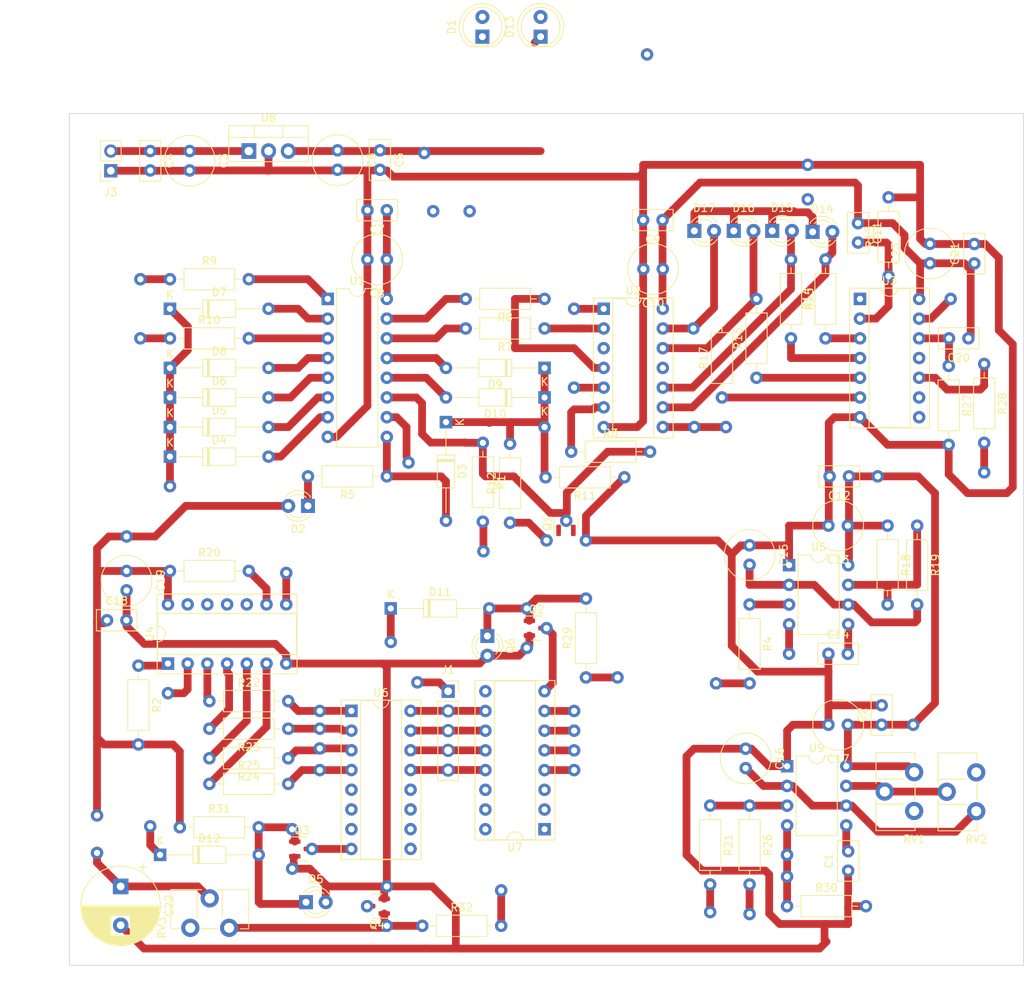
<source format=kicad_pcb>
(kicad_pcb (version 20221018) (generator pcbnew)
  (layers (0 "F.Cu" signal) (31 "B.Cu" signal) (34 "B.Paste" user) (35 "F.Paste" user) (36 "B.SilkS" user "B.Silkscreen") (37 "F.SilkS" user "F.Silkscreen") (38 "B.Mask" user) (39 "F.Mask" user) (44 "Edge.Cuts" user))
  (net 0 "")
  (net 1 "+8V")
  (net 2 "GND")
  (net 3 "+5V")
  (net 4 "Net-(U3A-MR)")
  (net 5 "/TRIG_SYS")
  (net 6 "/TRIG_MOTOR")
  (net 7 "Net-(U3B-MR)")
  (net 8 "Net-(D10-K)")
  (net 9 "Net-(D3-A)")
  (net 10 "Net-(D4-A)")
  (net 11 "Net-(D5-A)")
  (net 12 "Net-(D6-A)")
  (net 13 "Net-(D7-A)")
  (net 14 "Net-(D8-A)")
  (net 15 "Net-(D9-A)")
  (net 16 "Net-(D10-A)")
  (net 17 "/MOTOR_RESET")
  (net 18 "Net-(D11-A)")
  (net 19 "Net-(D12-A)")
  (net 20 "/MOTOR1")
  (net 21 "/MOTOR2")
  (net 22 "/MOTOR3")
  (net 23 "/MOTOR4")
  (net 24 "Net-(Q1-G)")
  (net 25 "Net-(Q1-D)")
  (net 26 "Net-(Q4-G)")
  (net 27 "Net-(R3-Pad1)")
  (net 28 "/SYSTEM_CLOCK")
  (net 29 "Net-(U1-Q9)")
  (net 30 "Net-(U1-Q10)")
  (net 31 "/7421_P5")
  (net 32 "Net-(U1-Q11)")
  (net 33 "Net-(JP2-B)")
  (net 34 "Net-(U1-Q4)")
  (net 35 "Net-(U3A-Q0)")
  (net 36 "Net-(U3A-Q1)")
  (net 37 "Net-(U3A-Q2)")
  (net 38 "Net-(U3A-Q3)")
  (net 39 "/DIS_SYS")
  (net 40 "Net-(U4-DSA)")
  (net 41 "Net-(U4-Q0)")
  (net 42 "/S0")
  (net 43 "/S1")
  (net 44 "Net-(U4-Q1)")
  (net 45 "/S2")
  (net 46 "Net-(U4-Q2)")
  (net 47 "Net-(U4-Q3)")
  (net 48 "/S3")
  (net 49 "/LOAD")
  (net 50 "/REVERSE_MOTION")
  (net 51 "/DIS_MOTOR")
  (net 63 "Net-(D2-K)")
  (net 64 "Net-(D14-K)")
  (net 65 "Net-(D14-A)")
  (net 66 "Net-(D15-A)")
  (net 67 "Net-(D16-A)")
  (net 68 "Net-(D17-A)")
  (net 69 "/7421_P4")
  (net 70 "/7421_P2")
  (net 71 "/7421_P1")
  (net 72 "Net-(JP5-B)")
  (net 73 "Net-(D4-K)")
  (net 74 "Net-(JP3-A)")
  (net 75 "Net-(U5-Q)")
  (net 76 "Net-(JP4-B)")
  (net 77 "Net-(U9-CV)")
  (net 78 "Net-(U5-CV)")
  (net 79 "Net-(JP6-A)")
  (net 80 "Net-(U9-Q)")
  (net 81 "/MOTOR_CLOCKA")
  (net 82 "/MOTOR_CLOCKB")
  (net 83 "Net-(U3B-Q1)")
  (net 87 "Net-(Q2-D)")
  (net 88 "Net-(Q3-D)")
  (net 99 "Net-(JP8-B)")
  (net 100 "Net-(JP9-B)")
  (net 101 "Net-(JP10-A)")
  (net 102 "Net-(JP11-A)")
  (net 103 "Net-(JP12-A)")
  (net 104 "Net-(JP13-A)")
  (net 105 "Net-(U4-~{MR})")
  (net 106 "Net-(D11-K)")
  (net 107 "Net-(D12-K)")
  (net 108 "Net-(JP16-A)")
  (net 109 "Net-(JP17-A)")
  (net 110 "Net-(JP18-B)")
  (net 111 "Net-(JP19-A)")
  (net 112 "Net-(J1-Pin_1)")
  (net 113 "Net-(JP21-A)")
  (net 114 "/ADHOC_LED_5V")
  (footprint "Package_TO_SOT_THT:TO-220-3_Vertical" (layer "F.Cu") (at 44.958 58.928)
    (fp_text reference "U8")
    (fp_text value "LM7805_TO220")
  )
  (footprint "Resistor_THT:R_Axial_DIN0207_L6.3mm_D2.5mm_P10.16mm_Horizontal" (layer "F.Cu") (at 75.108622 96.52 -90)
    (fp_text reference "R1")
    (fp_text value "R4.7K")
  )
  (footprint "Resistor_THT:R_Axial_DIN0207_L6.3mm_D2.5mm_P10.16mm_Horizontal" (layer "F.Cu") (at 139.7 86.36 -90)
    (fp_text reference "R28")
    (fp_text value "R4.7K")
  )
  (footprint "Capacitor_THT:C_Disc_D5.0mm_W2.5mm_P2.50mm" (layer "F.Cu") (at 98.258 67.818 180)
    (fp_text reference "C9")
    (fp_text value "C0.1uf")
  )
  (footprint "Capacitor_THT:C_Radial_D6.3mm_H5.0mm_P2.50mm" (layer "F.Cu") (at 62.738 72.898 180)
    (fp_text reference "C8")
    (fp_text value "C10uf")
  )
  (footprint "Capacitor_THT:C_Disc_D5.0mm_W2.5mm_P2.50mm" (layer "F.Cu") (at 26.69 119.38)
    (fp_text reference "C18")
    (fp_text value "C0.1uf")
  )
  (footprint "Library:Jumper" (layer "F.Cu") (at 58.928 117.542)
    (fp_text reference "JP12" hide)
    (fp_text value "JMP")
  )
  (footprint "Connector_PinSocket_2.54mm:PinSocket_1x02_P2.54mm_Vertical" (layer "F.Cu") (at 27.178 61.468 180)
    (fp_text reference "J3")
    (fp_text value "BATTERY_2PIN_CONNECTOR")
  )
  (footprint "Resistor_THT:R_Axial_DIN0207_L6.3mm_D2.5mm_P10.16mm_Horizontal" (layer "F.Cu") (at 93.345 100.965 180)
    (fp_text reference "R11")
    (fp_text value "R10K")
  )
  (footprint "Package_TO_SOT_SMD:SOT-23" (layer "F.Cu") (at 61.468 156.21 180)
    (fp_text reference "Q4")
    (fp_text value "AO3400A")
  )
  (footprint "Resistor_THT:R_Axial_DIN0207_L6.3mm_D2.5mm_P10.16mm_Horizontal" (layer "F.Cu") (at 88.392 126.746 90)
    (fp_text reference "R29")
    (fp_text value "R4.7K")
  )
  (footprint "Library:Jumper" (layer "F.Cu") (at 86.858 89.408)
    (fp_text reference "JP2" hide)
    (fp_text value "JMP")
  )
  (footprint "Resistor_THT:R_Axial_DIN0207_L6.3mm_D2.5mm_P10.16mm_Horizontal" (layer "F.Cu") (at 135.128 86.614 -90)
    (fp_text reference "R27")
    (fp_text value "R10K")
  )
  (footprint "Resistor_THT:R_Axial_DIN0207_L6.3mm_D2.5mm_P10.16mm_Horizontal" (layer "F.Cu") (at 83.058 77.978 180)
    (fp_text reference "R8")
    (fp_text value "R4.7K")
  )
  (footprint "Library:Jumper" (layer "F.Cu") (at 108.458 57.658)
    (fp_text reference "JP7" hide)
    (fp_text value "JMP")
  )
  (footprint "Resistor_THT:R_Axial_DIN0207_L6.3mm_D2.5mm_P10.16mm_Horizontal" (layer "F.Cu") (at 34.798 75.438)
    (fp_text reference "R9")
    (fp_text value "R4.7K")
  )
  (footprint "Resistor_THT:R_Axial_DIN0207_L6.3mm_D2.5mm_P10.16mm_Horizontal" (layer "F.Cu") (at 34.798 113.03)
    (fp_text reference "R20")
    (fp_text value "R4.7K")
  )
  (footprint "Capacitor_THT:C_Radial_D6.3mm_H5.0mm_P2.50mm" (layer "F.Cu") (at 109.474 109.728 -90)
    (fp_text reference "C15")
    (fp_text value "C10uf")
  )
  (footprint "Package_DIP:DIP-8_W7.62mm" (layer "F.Cu") (at 114.564 112.278)
    (fp_text reference "U5")
    (fp_text value "NE555P")
  )
  (footprint "Resistor_THT:R_Axial_DIN0207_L6.3mm_D2.5mm_P10.16mm_Horizontal" (layer "F.Cu") (at 114.808 72.898 -90)
    (fp_text reference "R15")
    (fp_text value "R4.7K")
  )
  (footprint "Resistor_THT:R_Axial_DIN0207_L6.3mm_D2.5mm_P10.16mm_Horizontal" (layer "F.Cu") (at 119.253 83.058 90)
    (fp_text reference "R14")
    (fp_text value "R4.7K")
  )
  (footprint "Library:Jumper" (layer "F.Cu") (at 56.642 131.318 180)
    (fp_text reference "JP13" hide)
    (fp_text value "JMP")
  )
  (footprint "Resistor_THT:R_Axial_DIN0207_L6.3mm_D2.5mm_P10.16mm_Horizontal" (layer "F.Cu") (at 30.734 125.222 -90)
    (fp_text reference "R2")
    (fp_text value "R4.7K")
  )
  (footprint "Resistor_THT:R_Axial_DIN0207_L6.3mm_D2.5mm_P10.16mm_Horizontal" (layer "F.Cu") (at 39.878 140.462)
    (fp_text reference "R25")
    (fp_text value "R4.7K")
  )
  (footprint "Library:Jumper" (layer "F.Cu") (at 66.675 127.381)
    (fp_text reference "JP20" hide)
    (fp_text value "JMP")
  )
  (footprint "Diode_THT:D_DO-35_SOD27_P12.70mm_Horizontal" (layer "F.Cu") (at 34.798 94.488)
    (fp_text reference "D5")
    (fp_text value "D4148")
  )
  (footprint "Package_DIP:DIP-16_W7.62mm_Socket" (layer "F.Cu") (at 58.176 131.054)
    (fp_text reference "U6")
    (fp_text value "ULN2003")
  )
  (footprint "Package_DIP:DIP-16_W7.62mm_Socket" (layer "F.Cu") (at 83.058 146.304 180)
    (fp_text reference "U7")
    (fp_text value "ULN2003")
  )
  (footprint "Resistor_THT:R_Axial_DIN0207_L6.3mm_D2.5mm_P10.16mm_Horizontal" (layer "F.Cu") (at 39.878 129.794)
    (fp_text reference "R22")
    (fp_text value "R4.7K")
  )
  (footprint "Library:Jumper" (layer "F.Cu") (at 25.4 146.05 90)
    (fp_text reference "JP8" hide)
    (fp_text value "JMP")
  )
  (footprint "Package_DIP:DIP-14_W7.62mm_Socket" (layer "F.Cu") (at 90.678 79.248)
    (fp_text reference "U2")
    (fp_text value "7421")
  )
  (footprint "Resistor_THT:R_Axial_DIN0207_L6.3mm_D2.5mm_P10.16mm_Horizontal" (layer "F.Cu") (at 109.474 117.348 -90)
    (fp_text reference "R4")
    (fp_text value "R4.7K")
  )
  (footprint "Library:SMD_2_DIP" (layer "F.Cu") (at 50.546 148.844 180)
    (fp_text reference "SMD_2_DIP3" hide)
    (fp_text value "~")
  )
  (footprint "Diode_THT:D_DO-35_SOD27_P12.70mm_Horizontal" (layer "F.Cu") (at 34.798 90.678)
    (fp_text reference "D6")
    (fp_text value "D4148")
  )
  (footprint "Potentiometer_THT:Potentiometer_ACP_CA9-H3,8_Horizontal" (layer "F.Cu") (at 138.674 143.978 180)
    (fp_text reference "RV2")
    (fp_text value "POT100K")
  )
  (footprint "LED_THT:LED_D3.0mm" (layer "F.Cu") (at 112.39 69.215)
    (fp_text reference "D15")
    (fp_text value "LED")
  )
  (footprint "Capacitor_THT:C_Radial_D6.3mm_H5.0mm_P2.50mm" (layer "F.Cu") (at 37.338 58.928 -90)
    (fp_text reference "C3")
    (fp_text value "C10uf")
  )
  (footprint "Capacitor_THT:C_Radial_D6.3mm_H5.0mm_P2.50mm" (layer "F.Cu") (at 29.21 113.03 -90)
    (fp_text reference "C19")
    (fp_text value "C10uf")
  )
  (footprint "Capacitor_THT:C_Radial_D6.3mm_H5.0mm_P2.50mm" (layer "F.Cu") (at 98.298 74.128 180)
    (fp_text reference "C10")
    (fp_text value "C10uf")
  )
  (footprint "Package_DIP:DIP-14_W7.62mm_Socket" (layer "F.Cu") (at 34.539 124.958 90)
    (fp_text reference "U4")
    (fp_text value "74HC164")
  )
  (footprint "LED_THT:LED_D3.0mm_Clear" (layer "F.Cu") (at 52.324 155.702)
    (fp_text reference "Q5")
    (fp_text value "SFH309")
  )
  (footprint "Library:Jumper" (layer "F.Cu") (at 112.014 123.698)
    (fp_text reference "JP4" hide)
    (fp_text value "JMP")
  )
  (footprint "Resistor_THT:R_Axial_DIN0207_L6.3mm_D2.5mm_P10.16mm_Horizontal" (layer "F.Cu") (at 62.738 100.838 180)
    (fp_text reference "R5")
    (fp_text value "R4.7K")
  )
  (footprint "LED_THT:LED_D5.0mm_IRGrey" (layer "F.Cu") (at 75.05 44.196 90)
    (fp_text reference "D1")
    (fp_text value "SFH4546")
  )
  (footprint "Connector_PinSocket_2.54mm:PinSocket_1x05_P2.54mm_Vertical" (layer "F.Cu") (at 70.637 128.524)
    (fp_text reference "J1")
    (fp_text value "MOTOR_5PIN_CONNECTOR")
  )
  (footprint "Capacitor_THT:C_Disc_D5.0mm_W2.5mm_P2.50mm" (layer "F.Cu") (at 122.174 151.638 90)
    (fp_text reference "C1")
    (fp_text value "C0.1uf")
  )
  (footprint "Package_DIP:DIP-16_W7.62mm" (layer "F.Cu") (at 55.118 77.978)
    (fp_text reference "U1")
    (fp_text value "4040")
  )
  (footprint "LED_THT:LED_D3.0mm_Clear" (layer "F.Cu") (at 75.692 121.407 -90)
    (fp_text reference "Q6")
    (fp_text value "SFH309")
  )
  (footprint "Capacitor_THT:C_Disc_D5.0mm_W2.5mm_P2.50mm" (layer "F.Cu") (at 61.849 58.841 -90)
    (fp_text reference "C5")
    (fp_text value "C0.1uf")
  )
  (footprint "Library:Jumper" (layer "F.Cu") (at 94.742 122.682)
    (fp_text reference "JP19" hide)
    (fp_text value "JMP")
  )
  (footprint "Library:SMD_2_DIP" (layer "F.Cu") (at 80.772 120.396 180)
    (fp_text reference "SMD_2_DIP2" hide)
    (fp_text value "~")
  )
  (footprint "Diode_THT:D_DO-35_SOD27_P12.70mm_Horizontal" (layer "F.Cu") (at 63.246 117.856)
    (fp_text reference "D11")
    (fp_text value "D4148")
  )
  (footprint "Library:Jumper" (layer "F.Cu") (at 14.859 106.426)
    (fp_text reference "JP23" hide)
    (fp_text value "JMP")
  )
  (footprint "Capacitor_THT:C_Disc_D5.0mm_W2.5mm_P2.50mm" (layer "F.Cu") (at 62.738 66.548 180)
    (fp_text reference "C7")
    (fp_text value "C0.1uf")
  )
  (footprint "LED_THT:LED_D3.0mm" (layer "F.Cu") (at 117.597 69.342)
    (fp_text reference "D14")
    (fp_text value "LED")
  )
  (footprint "Library:Jumper" (layer "F.Cu") (at 136.779 118.745)
    (fp_text reference "JP21" hide)
    (fp_text value "JMP")
  )
  (footprint "Potentiometer_THT:Potentiometer_ACP_CA9-H3,8_Horizontal" (layer "F.Cu") (at 37.418 159.004 90)
    (fp_text reference "RV3")
    (fp_text value "POT100K")
  )
  (footprint "Library:Jumper" (layer "F.Cu") (at 104.902 161.738)
    (fp_text reference "JP16" hide)
    (fp_text value "JMP")
  )
  (footprint "LED_THT:LED_D3.0mm" (layer "F.Cu") (at 107.437 69.215)
    (fp_text reference "D16")
    (fp_text value "LED")
  )
  (footprint "Resistor_THT:R_Axial_DIN0207_L6.3mm_D2.5mm_P10.16mm_Horizontal" (layer "F.Cu") (at 127.254 107.188 -90)
    (fp_text reference "R18")
    (fp_text value "R8.2K")
  )
  (footprint "Resistor_THT:R_Axial_DIN0207_L6.3mm_D2.5mm_P10.16mm_Horizontal" (layer "F.Cu") (at 114.3 156.21)
    (fp_text reference "R30")
    (fp_text value "R10K")
  )
  (footprint "Resistor_THT:R_Axial_DIN0207_L6.3mm_D2.5mm_P10.16mm_Horizontal" (layer "F.Cu") (at 67.31 158.75)
    (fp_text reference "R32")
    (fp_text value "R4.7K")
  )
  (footprint "Resistor_THT:R_Axial_DIN0207_L6.3mm_D2.5mm_P10.16mm_Horizontal" (layer "F.Cu") (at 36.068 146.05)
    (fp_text reference "R31")
    (fp_text value "R4.7K")
  )
  (footprint "Resistor_THT:R_Axial_DIN0207_L6.3mm_D2.5mm_P10.16mm_Horizontal" (layer "F.Cu") (at 50.038 133.35 180)
    (fp_text reference "R23")
    (fp_text value "R4.7K")
  )
  (footprint "Package_DIP:DIP-8_W7.62mm" (layer "F.Cu") (at 114.31 138.186)
    (fp_text reference "U9")
    (fp_text value "NE555P")
  )
  (footprint "Library:Jumper" (layer "F.Cu") (at 60.706 122.174)
    (fp_text reference "JP15" hide)
    (fp_text value "JMP")
  )
  (footprint "Package_DIP:DIP-14_W7.62mm_Socket" (layer "F.Cu") (at 123.698 77.978)
    (fp_text reference "U3")
    (fp_text value "74LS393")
  )
  (footprint "Resistor_THT:R_Axial_DIN0207_L6.3mm_D2.5mm_P10.16mm_Horizontal" (layer "F.Cu") (at 109.474 143.256 -90)
    (fp_text reference "R26")
    (fp_text value "R4.7K")
  )
  (footprint "Package_TO_SOT_SMD:SOT-23" (layer "F.Cu") (at 85.816943 106.858622 90)
    (fp_text reference "Q1")
    (fp_text value "AO3400A")
  )
  (footprint "Diode_THT:D_DO-35_SOD27_P12.70mm_Horizontal" (layer "F.Cu") (at 83.058 86.868 180)
    (fp_text reference "D9")
    (fp_text value "D4148")
  )
  (footprint "Diode_THT:D_DO-35_SOD27_P12.70mm_Horizontal" (layer "F.Cu") (at 34.798 98.298)
    (fp_text reference "D4")
    (fp_text value "D4148")
  )
  (footprint "Library:SMD_2_DIP" (layer "F.Cu") (at 62.738 156.21)
    (fp_text reference "SMD_2_DIP4" hide)
    (fp_text value "~")
  )
  (footprint "Diode_THT:D_DO-35_SOD27_P12.70mm_Horizontal" (layer "F.Cu") (at 34.798 79.248)
    (fp_text reference "D7")
    (fp_text value "D4148")
  )
  (footprint "Library:Jumper" (layer "F.Cu") (at 58.928 114.942)
    (fp_text reference "JP11" hide)
    (fp_text value "JMP")
  )
  (footprint "Package_TO_SOT_SMD:SOT-23" (layer "F.Cu") (at 82.042 120.396)
    (fp_text reference "Q2")
    (fp_text value "AO3400A")
  )
  (footprint "Resistor_THT:R_Axial_DIN0207_L6.3mm_D2.5mm_P10.16mm_Horizontal" (layer "F.Cu") (at 34.798 83.058)
    (fp_text reference "R10")
    (fp_text value "R4.7K")
  )
  (footprint "Diode_THT:D_DO-35_SOD27_P12.70mm_Horizontal" (layer "F.Cu") (at 33.528 149.606)
    (fp_text reference "D12")
    (fp_text value "D4148")
  )
  (footprint "LED_THT:LED_D5.0mm_IRGrey" (layer "F.Cu") (at 82.55 44.196 90)
    (fp_text reference "D13")
    (fp_text value "SFH4546")
  )
  (footprint "Capacitor_THT:C_Radial_D6.3mm_H5.0mm_P2.50mm" (layer "F.Cu") (at 56.388 58.841 -90)
    (fp_text reference "C6")
    (fp_text value "C10uf")
  )
  (footprint "Diode_THT:D_DO-35_SOD27_P12.70mm_Horizontal" (layer "F.Cu") (at 34.798 86.868)
    (fp_text reference "D8")
    (fp_text value "D4148")
  )
  (footprint "Capacitor_THT:C_Disc_D5.0mm_W2.5mm_P2.50mm" (layer "F.Cu") (at 126.492 132.842 90)
    (fp_text reference "C2")
    (fp_text value "C0.1uf")
  )
  (footprint "Resistor_THT:R_Axial_DIN0207_L6.3mm_D2.5mm_P10.16mm_Horizontal" (layer "F.Cu") (at 127.381 75.057 90)
    (fp_text reference "R13")
    (fp_text value "R10K")
  )
  (footprint "Resistor_THT:R_Axial_DIN0207_L6.3mm_D2.5mm_P10.16mm_Horizontal" (layer "F.Cu") (at 50.038 137.16 180)
    (fp_text reference "R24")
    (fp_text value "R4.7K")
  )
  (footprint "Resistor_THT:R_Axial_DIN0207_L6.3mm_D2.5mm_P10.16mm_Horizontal" (layer "F.Cu") (at 78.613 106.807 90)
    (fp_text reference "R12")
    (fp_text value "R4.7K")
  )
  (footprint "Resistor_THT:R_Axial_DIN0207_L6.3mm_D2.5mm_P10.16mm_Horizontal" (layer "F.Cu") (at 104.394 143.256 -90)
    (fp_text reference "R21")
    (fp_text value "R4.7K")
  )
  (footprint "Capacitor_THT:C_Disc_D5.0mm_W2.5mm_P2.50mm" (layer "F.Cu") (at 32.258 58.928 -90)
    (fp_text reference "C4")
    (fp_text value "C0.1uf")
  )
  (footprint "Capacitor_THT:C_Radial_D6.3mm_H5.0mm_P2.50mm" (layer "F.Cu") (at 108.966 135.93 -90)
    (fp_text reference "C16")
    (fp_text value "C10uf")
  )
  (footprint "Capacitor_THT:C_Disc_D5.0mm_W2.5mm_P2.50mm" (layer "F.Cu") (at 119.634 123.698)
    (fp_text reference "C14")
    (fp_text value "C0.1uf")
  )
  (footprint "Capacitor_THT:C_Disc_D5.0mm_W2.5mm_P2.50mm" (layer "F.Cu") (at 122.281 100.838 180)
    (fp_text reference "C12")
    (fp_text value "C0.1uf")
  )
  (footprint "Library:Jumper" (layer "F.Cu") (at 77.978 102.108)
    (fp_text reference "JP1" hide)
    (fp_text value "JMP")
  )
  (footprint "Capacitor_THT:C_Radial_D6.3mm_H5.0mm_P2.50mm" (layer "F.Cu") (at 122.134 132.842 180)
    (fp_text reference "C17")
    (fp_text value "C10uf")
  )
  (footprint "Capacitor_THT:C_Radial_D6.3mm_H5.0mm_P2.50mm" (layer "F.Cu") (at 122.134 107.188 180)
    (fp_text reference "C13")
    (fp_text value "C10uf")
  )
  (footprint "Capacitor_THT:C_Disc_D5.0mm_W2.5mm_P2.50mm" (layer "F.Cu") (at 138.43 73.406 90)
    (fp_text reference "C21")
    (fp_text value "C0.1uf")
  )
  (footprint "Library:Jumper" (layer "F.Cu") (at 84.074 162.814 180)
    (fp_text reference "JP18" hide)
    (fp_text value "JMP")
  )
  (footprint "Library:Jumper" (layer "F.Cu") (at 58.928 112.342)
    (fp_text reference "JP10" hide)
    (fp_text value "JMP")
  )
  (footprint "Library:Jumper" (layer "F.Cu") (at 106.553 113.538 180)
    (fp_text reference "JP6" hide)
    (fp_text value "JMP")
  )
  (footprint "Library:Jumper" (layer "F.Cu") (at 104.902 164.338)
    (fp_text reference "JP17" hide)
    (fp_text value "JMP")
  )
  (footprint "Library:Jumper" (layer "F.Cu") (at 43.942 72.39)
    (fp_text reference "JP3" hide)
    (fp_text value "JMP")
  )
  (footprint "Capacitor_THT:CP_Radial_D10.0mm_P5.00mm" (layer "F.Cu") (at 28.448 153.67 -90)
    (fp_text reference "C22")
    (fp_text value "C100uf")
  )
  (footprint "Resistor_THT:R_Axial_DIN0207_L6.3mm_D2.5mm_P10.16mm_Horizontal" (layer "F.Cu") (at 131.064 107.188 -90)
    (fp_text reference "R19")
    (fp_text value "R68K")
  )
  (footprint "Diode_THT:D_DO-35_SOD27_P12.70mm_Horizontal" (layer "F.Cu") (at 70.358 93.853 -90)
    (fp_text reference "D3")
    (fp_text value "D4148")
  )
  (footprint "Capacitor_THT:C_Disc_D5.0mm_W2.5mm_P2.50mm" (layer "F.Cu") (at 123.444 68.219 -90)
    (fp_text reference "C11")
    (fp_text value "C0.1uf")
  )
  (footprint "Library:Jumper" (layer "F.Cu") (at 14.986 95.444)
    (fp_text reference "JP14" hide)
    (fp_text value "JMP")
  )
  (footprint "Diode_THT:D_DO-35_SOD27_P12.70mm_Horizontal" (layer "F.Cu") (at 83.058 90.678 180)
    (fp_text reference "D10")
    (fp_text value "D4148")
  )
  (footprint "Package_TO_SOT_SMD:SOT-23" (layer "F.Cu") (at 51.816 148.844)
    (fp_text reference "Q3")
    (fp_text value "AO3400A")
  )
  (footprint "Library:SMD_2_DIP" (layer "F.Cu") (at 85.852 109.093 -90)
    (fp_text reference "SMD_2_DIP1" hide)
    (fp_text value "~")
  )
  (footprint "Library:Jumper" (layer "F.Cu") (at 85.598 74.168)
    (fp_text reference "JP5" hide)
    (fp_text value "JMP")
  )
  (footprint "Potentiometer_THT:Potentiometer_ACP_CA9-H3,8_Horizontal" (layer "F.Cu") (at 130.678 143.953 180)
    (fp_text reference "RV1")
    (fp_text value "POT100K")
  )
  (footprint "Resistor_THT:R_Axial_DIN0207_L6.3mm_D2.5mm_P10.16mm_Horizontal" (layer "F.Cu") (at 83.058 81.788 180)
    (fp_text reference "R7")
    (fp_text value "R4.7K")
  )
  (footprint "Resistor_THT:R_Axial_DIN0207_L6.3mm_D2.5mm_P10.16mm_Horizontal" (layer "F.Cu") (at 110.363 88.138 90)
    (fp_text reference "R16")
    (fp_text value "R4.7K")
  )
  (footprint "Capacitor_THT:C_Disc_D5.0mm_W2.5mm_P2.50mm" (layer "F.Cu") (at 137.668 83.058 180)
    (fp_text reference "C20")
    (fp_text value "C0.1uf")
  )
  (footprint "Resistor_THT:R_Axial_DIN0207_L6.3mm_D2.5mm_P10.16mm_Horizontal" (layer "F.Cu") (at 105.918 90.678 90)
    (fp_text reference "R17")
    (fp_text value "R4.7K")
  )
  (footprint "LED_THT:LED_D3.0mm" (layer "F.Cu") (at 102.357 69.215)
    (fp_text reference "D17")
    (fp_text value "LED")
  )
  (footprint "Capacitor_THT:C_Radial_D6.3mm_H5.0mm_P2.50mm" (layer "F.Cu") (at 132.715 73.386 90)
    (fp_text reference "C23")
    (fp_text value "C10uf")
  )
  (footprint "Resistor_THT:R_Axial_DIN0207_L6.3mm_D2.5mm_P10.16mm_Horizontal" (layer "F.Cu") (at 86.487 97.663)
    (fp_text reference "R3")
    (fp_text value "R4.7K")
  )
  (footprint "LED_THT:LED_D3.0mm" (layer "F.Cu") (at 52.578 104.648 180)
    (fp_text reference "D2")
    (fp_text value "LED")
  )
  (footprint "Library:Jumper" (layer "F.Cu") (at 34.544 128.778 -90)
    (fp_text reference "JP9" hide)
    (fp_text value "JMP")
  )
  (gr_rect (start 21.844 54.102) (end 144.78 163.83) (stroke (width 0.1)) (fill none) (layer "Edge.Cuts"))
  (segment (start 37.338 58.928) (end 44.958 58.928) (width 1) (layer "F.Cu") (net 1))
  (segment (start 27.178 58.928) (end 37.338 58.928) (width 1) (layer "F.Cu") (net 1))
  (segment (start 62.738 125.466) (end 62.23 124.958) (width 1) (layer "F.Cu") (net 2))
  (segment (start 109.474 109.728) (end 114.564 109.728) (width 1) (layer "F.Cu") (net 2))
  (segment (start 60.198 61.428) (end 62.738 61.428) (width 1) (layer "F.Cu") (net 2))
  (segment (start 107.174 122.668) (end 110.504 125.998) (width 1) (layer "F.Cu") (net 2))
  (segment (start 31.496 122.428) (end 48.38037 122.428) (width 1) (layer "F.Cu") (net 2))
  (segment (start 119.126 160.528) (end 119.126 158.51) (width 1) (layer "F.Cu") (net 2))
  (segment (start 95.758 93.726) (end 95.758 67.818) (width 1) (layer "F.Cu") (net 2))
  (segment (start 135.128 96.774) (end 135.128 100.584) (width 1) (layer "F.Cu") (net 2))
  (segment (start 31.452 161.674) (end 67.638692 161.674) (width 1) (layer "F.Cu") (net 2))
  (segment (start 119.674 93.94) (end 120.396 93.218) (width 1) (layer "F.Cu") (net 2))
  (segment (start 111.974692 138.186) (end 114.31 138.186) (width 1) (layer "F.Cu") (net 2))
  (segment (start 55.092 153.67) (end 62.738 153.67) (width 1) (layer "F.Cu") (net 2))
  (segment (start 122.428 156.21) (end 122.174 156.464) (width 1) (layer "F.Cu") (net 2))
  (segment (start 62.738 61.428) (end 63.537999 62.227999) (width 1) (layer "F.Cu") (net 2))
  (segment (start 105.37037 109.093) (end 107.174 110.89663) (width 1) (layer "F.Cu") (net 2))
  (segment (start 119.674 100.838) (end 119.674 93.94) (width 1) (layer "F.Cu") (net 2))
  (segment (start 114.554 107.188) (end 119.674 107.188) (width 1) (layer "F.Cu") (net 2))
  (segment (start 79.761 123.947) (end 75.692 123.947) (width 1) (layer "F.Cu") (net 2))
  (segment (start 37.298 61.468) (end 37.338 61.428) (width 1) (layer "F.Cu") (net 2))
  (segment (start 56.24937 95.758) (end 60.238 91.76937) (width 1) (layer "F.Cu") (net 2))
  (segment (start 50.546 151.384) (end 52.806 151.384) (width 1) (layer "F.Cu") (net 2))
  (segment (start 71.628 156.718) (end 71.628 161.547) (width 1) (layer "F.Cu") (net 2))
  (segment (start 60.238 66.548) (end 60.238 61.468) (width 1) (layer "F.Cu") (net 2))
  (segment (start 119.674 107.188) (end 119.674 100.838) (width 1) (layer "F.Cu") (net 2))
  (segment (start 131.445 64.897) (end 131.445 70.231) (width 1) (layer "F.Cu") (net 2))
  (segment (start 114.564 107.198) (end 114.554 107.188) (width 1) (layer "F.Cu") (net 2))
  (segment (start 81.790001 44.955999) (end 82.55 44.196) (width 1) (layer "F.Cu") (net 2))
  (segment (start 126.492 130.342) (end 119.928 130.342) (width 1) (layer "F.Cu") (net 2))
  (segment (start 68.58 153.67) (end 62.738 153.67) (width 1) (layer "F.Cu") (net 2))
  (segment (start 114.564 112.278) (end 114.564 109.728) (width 1) (layer "F.Cu") (net 2))
  (segment (start 95.758 60.706) (end 131.445 60.706) (width 1) (layer "F.Cu") (net 2))
  (segment (start 95.252001 62.227999) (end 95.758 61.722) (width 1) (layer "F.Cu") (net 2))
  (segment (start 109.718692 135.93) (end 111.974692 138.186) (width 1) (layer "F.Cu") (net 2))
  (segment (start 131.445 60.706) (end 131.445 64.897) (width 1) (layer "F.Cu") (net 2))
  (segment (start 50.753445 151.176555) (end 50.753445 149.919055) (width 1) (layer "F.Cu") (net 2))
  (segment (start 114.31 133.594) (end 115.062 132.842) (width 1) (layer "F.Cu") (net 2))
  (segment (start 29.21 120.142) (end 29.21 115.53) (width 1) (layer "F.Cu") (net 2))
  (segment (start 29.19 115.55) (end 29.21 115.53) (width 1) (layer "F.Cu") (net 2))
  (segment (start 47.458 61.428) (end 47.498 61.468) (width 1) (layer "F.Cu") (net 2))
  (segment (start 90.678 94.488) (end 94.996 94.488) (width 1) (layer "F.Cu") (net 2))
  (segment (start 71.628 156.718) (end 68.58 153.67) (width 1) (layer "F.Cu") (net 2))
  (segment (start 119.928 130.342) (end 119.634 130.048) (width 1) (layer "F.Cu") (net 2))
  (segment (start 108.34263 109.728) (end 107.174 110.89663) (width 1) (layer "F.Cu") (net 2))
  (segment (start 112 152.132) (end 112 157.162692) (width 1) (layer "F.Cu") (net 2))
  (segment (start 52.806 151.384) (end 54.864 153.442) (width 1) (layer "F.Cu") (net 2))
  (segment (start 139.810529 70.906) (end 137.16 70.906) (width 1) (layer "F.Cu") (net 2))
  (segment (start 108.966 135.93) (end 109.718692 135.93) (width 1) (layer "F.Cu") (net 2))
  (segment (start 88.392 109.093) (end 88.392 105.918) (width 1) (layer "F.Cu") (net 2))
  (segment (start 141.583487 72.678958) (end 139.810529 70.906) (width 1) (layer "F.Cu") (net 2))
  (segment (start 110.504 125.998) (end 117.334 125.998) (width 1) (layer "F.Cu") (net 2))
  (segment (start 117.334 125.998) (end 119.634 125.998) (width 1) (layer "F.Cu") (net 2))
  (segment (start 37.338 61.428) (end 47.458 61.428) (width 1) (layer "F.Cu") (net 2))
  (segment (start 122.174 158.496) (end 122.174 156.464) (width 1) (layer "F.Cu") (net 2))
  (segment (start 119.634 123.698) (end 119.634 125.998) (width 1) (layer "F.Cu") (net 2))
  (segment (start 27.178 61.468) (end 37.298 61.468) (width 1) (layer "F.Cu") (net 2))
  (segment (start 119.634 130.048) (end 119.634 132.842) (width 1) (layer "F.Cu") (net 2))
  (segment (start 119.634 125.998) (end 119.634 130.048) (width 1) (layer "F.Cu") (net 2))
  (segment (start 47.498 61.468) (end 47.498 58.928) (width 1) (layer "F.Cu") (net 2))
  (segment (start 120.396 93.218) (end 123.698 93.218) (width 1) (layer "F.Cu") (net 2))
  (segment (start 71.755 161.674) (end 118.488 161.674) (width 1) (layer "F.Cu") (net 2))
  (segment (start 142.621 102.997) (end 143.383 102.235) (width 1) (layer "F.Cu") (net 2))
  (segment (start 109.474 109.728) (end 108.34263 109.728) (width 1) (layer "F.Cu") (net 2))
  (segment (start 108.966 135.93) (end 102.322 135.93) (width 1) (layer "F.Cu") (net 2))
  (segment (start 114.31 138.186) (end 114.31 133.594) (width 1) (layer "F.Cu") (net 2))
  (segment (start 81.1045 122.6035) (end 80.772 122.936) (width 1) (layer "F.Cu") (net 2))
  (segment (start 74.681 124.958) (end 75.692 123.947) (width 1) (layer "F.Cu") (net 2))
  (segment (start 71.628 161.547) (end 71.755 161.674) (width 1) (layer "F.Cu") (net 2))
  (segment (start 49.779 123.82663) (end 49.779 124.958) (width 1) (layer "F.Cu") (net 2))
  (segment (start 135.128 100.584) (end 137.541 102.997) (width 1) (layer "F.Cu") (net 2))
  (segment (start 141.583487 82.020487) (end 141.583487 72.678958) (width 1) (layer "F.Cu") (net 2))
  (segment (start 101.346 149.606) (end 103.378 151.638) (width 1) (layer "F.Cu") (net 2))
  (segment (start 124.46 156.21) (end 122.428 156.21) (width 1) (layer "F.Cu") (net 2))
  (segment (start 67.638692 161.674) (end 71.755 161.674) (width 1) (layer "F.Cu") (net 2))
  (segment (start 94.996 94.488) (end 95.758 93.726) (width 1) (layer "F.Cu") (net 2))
  (segment (start 138.43 70.906) (end 133.39 70.906) (width 1) (layer "F.Cu") (net 2))
  (segment (start 62.23 124.958) (end 74.681 124.958) (width 1) (layer "F.Cu") (net 2))
  (segment (start 31.496 122.428) (end 29.21 120.142) (width 1) (layer "F.Cu") (net 2))
  (segment (start 102.322 135.93) (end 101.346 136.906) (width 1) (layer "F.Cu") (net 2))
  (segment (start 60.238 91.76937) (end 60.238 72.898) (width 1) (layer "F.Cu") (net 2))
  (segment (start 54.864 153.442) (end 54.864 155.702) (width 1) (layer "F.Cu") (net 2))
  (segment (start 111.506 151.638) (end 112 152.132) (width 1) (layer "F.Cu") (net 2))
  (segment (start 127.381 64.897) (end 131.445 64.897) (width 1) (layer "F.Cu") (net 2))
  (segment (start 113.347308 158.51) (end 119.126 158.51) (width 1) (layer "F.Cu") (net 2))
  (segment (start 115.062 132.842) (end 119.634 132.842) (width 1) (layer "F.Cu") (net 2))
  (segment (start 80.772 122.936) (end 79.761 123.947) (width 1) (layer "F.Cu") (net 2))
  (segment (start 54.864 153.442) (end 55.092 153.67) (width 1) (layer "F.Cu") (net 2))
  (segment (start 81.1045 121.346) (end 81.1045 122.6035) (width 1) (layer "F.Cu") (net 2))
  (segment (start 122.16 158.51) (end 122.174 158.496) (width 1) (layer "F.Cu") (net 2))
  (segment (start 101.346 136.906) (end 101.346 149.606) (width 1) (layer "F.Cu") (net 2))
  (segment (start 127.254 96.774) (end 123.698 93.218) (width 1) (layer "F.Cu") (net 2))
  (segment (start 137.541 102.997) (end 142.621 102.997) (width 1) (layer "F.Cu") (net 2))
  (segment (start 122.174 156.464) (end 122.174 151.638) (width 1) (layer "F.Cu") (net 2))
  (segment (start 48.38037 122.428) (end 49.779 123.82663) (width 1) (layer "F.Cu") (net 2))
  (segment (start 118.488 161.674) (end 119.38 160.782) (width 1) (layer "F.Cu") (net 2))
  (segment (start 63.537999 62.227999) (end 95.252001 62.227999) (width 1) (layer "F.Cu") (net 2))
  (segment (start 95.758 61.722) (end 95.758 67.818) (width 1) (layer "F.Cu") (net 2))
  (segment (start 62.4055 154.0025) (end 62.738 153.67) (width 1) (layer "F.Cu") (net 2))
  (segment (start 49.779 124.958) (end 62.23 124.958) (width 1) (layer "F.Cu") (net 2))
  (segment (start 88.392 109.093) (end 105.37037 109.093) (width 1) (layer "F.Cu") (net 2))
  (segment (start 60.238 61.468) (end 60.198 61.428) (width 1) (layer "F.Cu") (net 2))
  (segment (start 114.564 109.728) (end 114.564 107.198) (width 1) (layer "F.Cu") (net 2))
  (segment (start 50.546 151.384) (end 50.753445 151.176555) (width 1) (layer "F.Cu") (net 2))
  (segment (start 143.383 102.235) (end 143.383 83.82) (width 1) (layer "F.Cu") (net 2))
  (segment (start 55.118 95.758) (end 56.24937 95.758) (width 1) (layer "F.Cu") (net 2))
  (segment (start 62.4055 155.26) (end 62.4055 154.0025) (width 1) (layer "F.Cu") (net 2))
  (segment (start 103.378 151.638) (end 111.506 151.638) (width 1) (layer "F.Cu") (net 2))
  (segment (start 60.238 66.548) (end 60.238 72.898) (width 1) (layer "F.Cu") (net 2))
  (segment (start 112 157.162692) (end 113.347308 158.51) (width 1) (layer "F.Cu") (net 2))
  (segment (start 119.38 160.782) (end 119.126 160.528) (width 1) (layer "F.Cu") (net 2))
  (segment (start 47.458 61.428) (end 60.198 61.428) (width 1) (layer "F.Cu") (net 2))
  (segment (start 114.554 112.268) (end 114.564 112.278) (width 1) (layer "F.Cu") (net 2))
  (segment (start 143.383 83.82) (end 141.583487 82.020487) (width 1) (layer "F.Cu") (net 2))
  (segment (start 28.448 158.67) (end 31.452 161.674) (width 1) (layer "F.Cu") (net 2))
  (segment (start 62.738 153.67) (end 62.738 125.466) (width 1) (layer "F.Cu") (net 2))
  (segment (start 95.758 61.722) (end 95.758 60.706) (width 1) (layer "F.Cu") (net 2))
  (segment (start 88.392 105.918) (end 93.345 100.965) (width 1) (layer "F.Cu") (net 2))
  (segment (start 135.128 96.774) (end 127.254 96.774) (width 1) (layer "F.Cu") (net 2))
  (segment (start 132.12 70.906) (end 131.445 70.231) (width 1) (layer "F.Cu") (net 2))
  (segment (start 107.174 110.89663) (end 107.174 122.668) (width 1) (layer "F.Cu") (net 2))
  (segment (start 119.126 158.51) (end 122.16 158.51) (width 1) (layer "F.Cu") (net 2))
  (segment (start 127.909 68.219) (end 123.444 68.219) (width 1) (layer "F.Cu") (net 3))
  (segment (start 129.445 69.755) (end 127.909 68.219) (width 1) (layer "F.Cu") (net 3))
  (segment (start 137.14 73.386) (end 137.16 73.406) (width 1) (layer "F.Cu") (net 3))
  (segment (start 50.038 58.928) (end 62.738 58.928) (width 1) (layer "F.Cu") (net 3))
  (segment (start 131.445 73.386) (end 129.445 71.386) (width 1) (layer "F.Cu") (net 3))
  (segment (start 137.16 73.406) (end 137.959999 74.205999) (width 1) (layer "F.Cu") (net 3))
  (segment (start 131.445 77.851) (end 131.318 77.978) (width 1) (layer "F.Cu") (net 3))
  (segment (start 103.084 62.992) (end 98.258 67.818) (width 1) (layer "F.Cu") (net 3))
  (segment (start 123.444 63.373) (end 123.063 62.992) (width 1) (layer "F.Cu") (net 3))
  (segment (start 62.738 58.928) (end 82.55 58.928) (width 1) (layer "F.Cu") (net 3))
  (segment (start 137.959999 74.205999) (end 137.959999 82.766001) (width 1) (layer "F.Cu") (net 3))
  (segment (start 123.063 62.992) (end 103.084 62.992) (width 1) (layer "F.Cu") (net 3))
  (segment (start 98.258 79.208) (end 98.298 79.248) (width 1) (layer "F.Cu") (net 3))
  (segment (start 131.445 73.386) (end 137.14 73.386) (width 1) (layer "F.Cu") (net 3))
  (segment (start 131.445 73.386) (end 131.445 77.851) (width 1) (layer "F.Cu") (net 3))
  (segment (start 131.298 77.958) (end 131.318 77.978) (width 1) (layer "F.Cu") (net 3))
  (segment (start 123.444 63.373) (end 123.444 68.219) (width 1) (layer "F.Cu") (net 3))
  (segment (start 98.258 67.818) (end 98.258 79.208) (width 1) (layer "F.Cu") (net 3))
  (segment (start 137.959999 82.766001) (end 137.668 83.058) (width 1) (layer "F.Cu") (net 3))
  (segment (start 129.445 71.386) (end 129.445 69.755) (width 1) (layer "F.Cu") (net 3))
  (segment (start 62.738 66.548) (end 62.738 77.978) (width 1) (layer "F.Cu") (net 3))
  (segment (start 125.758 80.518) (end 127.381 78.895) (width 1) (layer "F.Cu") (net 4))
  (segment (start 123.646754 80.569246) (end 123.698 80.518) (width 1) (layer "F.Cu") (net 4))
  (segment (start 127.381 78.895) (end 127.381 75.057) (width 1) (layer "F.Cu") (net 4))
  (segment (start 127.052 75.386) (end 127.381 75.386) (width 1) (layer "F.Cu") (net 4))
  (segment (start 127.107 70.719) (end 123.444 70.719) (width 1) (layer "F.Cu") (net 4))
  (segment (start 127.381 75.057) (end 127.381 70.993) (width 1) (layer "F.Cu") (net 4))
  (segment (start 123.698 80.518) (end 125.758 80.518) (width 1) (layer "F.Cu") (net 4))
  (segment (start 127.381 70.993) (end 127.107 70.719) (width 1) (layer "F.Cu") (net 4))
  (segment (start 122.184 117.358) (end 120.356692 117.358) (width 1) (layer "F.Cu") (net 5))
  (segment (start 131.064 119.38) (end 131.064 117.348) (width 1) (layer "F.Cu") (net 5))
  (segment (start 114.514 114.768) (end 114.564 114.818) (width 1) (layer "F.Cu") (net 5))
  (segment (start 117.816692 114.818) (end 114.564 114.818) (width 1) (layer "F.Cu") (net 5))
  (segment (start 122.184 117.358) (end 122.896692 117.358) (width 1) (layer "F.Cu") (net 5))
  (segment (start 109.474 112.228) (end 109.474 114.808) (width 1) (layer "F.Cu") (net 5))
  (segment (start 109.474 114.808) (end 109.484 114.818) (width 1) (layer "F.Cu") (net 5))
  (segment (start 120.356692 117.358) (end 117.816692 114.818) (width 1) (layer "F.Cu") (net 5))
  (segment (start 125.186692 119.648) (end 130.796 119.648) (width 1) (layer "F.Cu") (net 5))
  (segment (start 109.484 114.818) (end 114.564 114.818) (width 1) (layer "F.Cu") (net 5))
  (segment (start 130.796 119.648) (end 131.064 119.38) (width 1) (layer "F.Cu") (net 5))
  (segment (start 122.896692 117.358) (end 125.186692 119.648) (width 1) (layer "F.Cu") (net 5))
  (segment (start 122.642692 143.266) (end 121.93 143.266) (width 1) (layer "F.Cu") (net 6))
  (segment (start 136.029 146.623) (end 125.999692 146.623) (width 1) (layer "F.Cu") (net 6))
  (segment (start 108.966 138.43) (end 111.262 140.726) (width 1) (layer "F.Cu") (net 6))
  (segment (start 111.262 140.726) (end 114.31 140.726) (width 1) (layer "F.Cu") (net 6))
  (segment (start 125.999692 146.623) (end 122.642692 143.266) (width 1) (layer "F.Cu") (net 6))
  (segment (start 121.93 143.266) (end 117.562692 143.266) (width 1) (layer "F.Cu") (net 6))
  (segment (start 138.674 143.978) (end 136.029 146.623) (width 1) (layer "F.Cu") (net 6))
  (segment (start 115.022692 140.726) (end 114.31 140.726) (width 1) (layer "F.Cu") (net 6))
  (segment (start 117.562692 143.266) (end 115.022692 140.726) (width 1) (layer "F.Cu") (net 6))
  (segment (start 131.318 83.058) (end 134.386 83.058) (width 1) (layer "F.Cu") (net 7))
  (segment (start 135.168 83.058) (end 135.168 86.574) (width 1) (layer "F.Cu") (net 7))
  (segment (start 135.168 86.574) (end 135.128 86.614) (width 1) (layer "F.Cu") (net 7))
  (segment (start 78.613 96.647) (end 78.613 94.107) (width 1) (layer "F.Cu") (net 8))
  (segment (start 83.058 86.868) (end 83.058 90.678) (width 1) (layer "F.Cu") (net 8))
  (segment (start 78.613 94.107) (end 78.867 93.853) (width 1) (layer "F.Cu") (net 8))
  (segment (start 83.058 100.838) (end 83.185 100.965) (width 1) (layer "F.Cu") (net 8))
  (segment (start 75.958432 93.967568) (end 76.073 93.853) (width 1) (layer "F.Cu") (net 8))
  (segment (start 70.358 93.853) (end 76.073 93.853) (width 1) (layer "F.Cu") (net 8))
  (segment (start 83.058 94.488) (end 83.058 100.838) (width 1) (layer "F.Cu") (net 8))
  (segment (start 76.073 93.853) (end 78.867 93.853) (width 1) (layer "F.Cu") (net 8))
  (segment (start 82.423 93.853) (end 83.058 94.488) (width 1) (layer "F.Cu") (net 8))
  (segment (start 83.058 90.678) (end 83.058 94.488) (width 1) (layer "F.Cu") (net 8))
  (segment (start 78.867 93.853) (end 82.423 93.853) (width 1) (layer "F.Cu") (net 8))
  (segment (start 62.738 100.838) (end 69.723 100.838) (width 1) (layer "F.Cu") (net 9))
  (segment (start 69.723 100.838) (end 70.358 101.473) (width 1) (layer "F.Cu") (net 9))
  (segment (start 62.738 100.838) (end 62.738 95.758) (width 1) (layer "F.Cu") (net 9))
  (segment (start 70.358 101.473) (end 70.358 106.553) (width 1) (layer "F.Cu") (net 9))
  (segment (start 54.136428 93.218) (end 55.118 93.218) (width 1) (layer "F.Cu") (net 10))
  (segment (start 49.056428 98.298) (end 54.136428 93.218) (width 1) (layer "F.Cu") (net 10))
  (segment (start 47.498 98.298) (end 49.056428 98.298) (width 1) (layer "F.Cu") (net 10))
  (segment (start 47.498 94.488) (end 50.038 94.488) (width 1) (layer "F.Cu") (net 11))
  (segment (start 53.848 90.678) (end 55.118 90.678) (width 1) (layer "F.Cu") (net 11))
  (segment (start 50.038 94.488) (end 53.848 90.678) (width 1) (layer "F.Cu") (net 11))
  (segment (start 50.326428 90.678) (end 52.866428 88.138) (width 1) (layer "F.Cu") (net 12))
  (segment (start 47.498 90.678) (end 50.326428 90.678) (width 1) (layer "F.Cu") (net 12))
  (segment (start 52.866428 88.138) (end 55.118 88.138) (width 1) (layer "F.Cu") (net 12))
  (segment (start 51.308 79.248) (end 52.578 80.518) (width 1) (layer "F.Cu") (net 13))
  (segment (start 52.578 80.518) (end 55.118 80.518) (width 1) (layer "F.Cu") (net 13))
  (segment (start 47.498 79.248) (end 51.308 79.248) (width 1) (layer "F.Cu") (net 13))
  (segment (start 47.498 86.868) (end 51.308 86.868) (width 1) (layer "F.Cu") (net 14))
  (segment (start 51.308 86.868) (end 52.578 85.598) (width 1) (layer "F.Cu") (net 14))
  (segment (start 52.578 85.598) (end 55.118 85.598) (width 1) (layer "F.Cu") (net 14))
  (segment (start 70.358 86.868) (end 69.088 85.598) (width 1) (layer "F.Cu") (net 15))
  (segment (start 69.088 85.598) (end 62.738 85.598) (width 1) (layer "F.Cu") (net 15))
  (segment (start 62.738 88.138) (end 67.818 88.138) (width 1) (layer "F.Cu") (net 16))
  (segment (start 67.818 88.138) (end 70.358 90.678) (width 1) (layer "F.Cu") (net 16))
  (segment (start 114.31 156.2) (end 114.3 156.21) (width 1) (layer "F.Cu") (net 17))
  (segment (start 114.31 145.806) (end 114.31 156.2) (width 1) (layer "F.Cu") (net 17))
  (segment (start 75.692 118.11) (end 75.946 117.856) (width 1) (layer "F.Cu") (net 18))
  (segment (start 88.392 116.586) (end 82.042 116.586) (width 1) (layer "F.Cu") (net 18))
  (segment (start 82.042 116.586) (end 80.772 117.856) (width 1) (layer "F.Cu") (net 18))
  (segment (start 75.692 121.407) (end 75.692 118.11) (width 1) (layer "F.Cu") (net 18))
  (segment (start 75.946 117.856) (end 80.772 117.856) (width 1) (layer "F.Cu") (net 18))
  (segment (start 81.1045 118.1885) (end 80.772 117.856) (width 1) (layer "F.Cu") (net 18))
  (segment (start 81.1045 119.446) (end 81.1045 118.1885) (width 1) (layer "F.Cu") (net 18))
  (segment (start 50.8785 147.894) (end 50.8785 146.6365) (width 1) (layer "F.Cu") (net 19))
  (segment (start 52.324 155.702) (end 52.102 155.924) (width 1) (layer "F.Cu") (net 19))
  (segment (start 50.292 146.05) (end 50.546 146.304) (width 1) (layer "F.Cu") (net 19))
  (segment (start 50.8785 146.6365) (end 50.546 146.304) (width 1) (layer "F.Cu") (net 19))
  (segment (start 52.102 155.924) (end 46.45 155.924) (width 1) (layer "F.Cu") (net 19))
  (segment (start 46.228 146.05) (end 50.292 146.05) (width 1) (layer "F.Cu") (net 19))
  (segment (start 46.228 155.702) (end 46.228 146.05) (width 1) (layer "F.Cu") (net 19))
  (segment (start 46.45 155.924) (end 46.228 155.702) (width 1) (layer "F.Cu") (net 19))
  (segment (start 75.428 131.054) (end 75.438 131.064) (width 1) (layer "F.Cu") (net 20))
  (segment (start 65.796 131.054) (end 75.428 131.054) (width 1) (layer "F.Cu") (net 20))
  (segment (start 75.428 133.594) (end 75.438 133.604) (width 1) (layer "F.Cu") (net 21))
  (segment (start 65.796 133.594) (end 75.428 133.594) (width 1) (layer "F.Cu") (net 21))
  (segment (start 65.796 136.134) (end 75.428 136.134) (width 1) (layer "F.Cu") (net 22))
  (segment (start 75.428 136.134) (end 75.438 136.144) (width 1) (layer "F.Cu") (net 22))
  (segment (start 75.428 138.674) (end 75.438 138.684) (width 1) (layer "F.Cu") (net 23))
  (segment (start 65.796 138.674) (end 75.428 138.674) (width 1) (layer "F.Cu") (net 23))
  (segment (start 78.613 106.807) (end 81.026 106.807) (width 1) (layer "F.Cu") (net 24))
  (segment (start 81.026 106.807) (end 83.312 109.093) (width 1) (layer "F.Cu") (net 24))
  (segment (start 68.393 96.488) (end 72.898 96.488) (width 1) (layer "F.Cu") (net 25))
  (segment (start 83.813577 105.558622) (end 85.704553 105.558622) (width 1) (layer "F.Cu") (net 25))
  (segment (start 91.186 97.663) (end 85.929333 102.919667) (width 1) (layer "F.Cu") (net 25))
  (segment (start 75.438 100.838) (end 79.092955 100.838) (width 1) (layer "F.Cu") (net 25))
  (segment (start 67.278 95.373) (end 67.278 91.408) (width 1) (layer "F.Cu") (net 25))
  (segment (start 72.898 96.488) (end 72.93 96.52) (width 1) (layer "F.Cu") (net 25))
  (segment (start 67.278 91.408) (end 66.548 90.678) (width 1) (layer "F.Cu") (net 25))
  (segment (start 85.929333 102.919667) (end 85.929333 105.558622) (width 1) (layer "F.Cu") (net 25))
  (segment (start 75.108622 96.52) (end 75.108622 100.508622) (width 1) (layer "F.Cu") (net 25))
  (segment (start 72.93 96.52) (end 75.108622 96.52) (width 1) (layer "F.Cu") (net 25))
  (segment (start 62.738 90.678) (end 66.548 90.678) (width 1) (layer "F.Cu") (net 25))
  (segment (start 91.186 97.663) (end 96.647 97.663) (width 1) (layer "F.Cu") (net 25))
  (segment (start 79.092955 100.838) (end 83.813577 105.558622) (width 1) (layer "F.Cu") (net 25))
  (segment (start 75.108622 100.508622) (end 75.438 100.838) (width 1) (layer "F.Cu") (net 25))
  (segment (start 68.393 96.488) (end 67.278 95.373) (width 1) (layer "F.Cu") (net 25))
  (segment (start 62.484 159.004) (end 62.738 158.75) (width 1) (layer "F.Cu") (net 26))
  (segment (start 62.4055 157.16) (end 62.4055 158.4175) (width 1) (layer "F.Cu") (net 26))
  (segment (start 42.418 159.004) (end 62.484 159.004) (width 1) (layer "F.Cu") (net 26))
  (segment (start 62.738 158.75) (end 67.31 158.75) (width 1) (layer "F.Cu") (net 26))
  (segment (start 62.4055 158.4175) (end 62.738 158.75) (width 1) (layer "F.Cu") (net 26))
  (segment (start 86.487 92.583) (end 86.868 92.202) (width 1) (layer "F.Cu") (net 27))
  (segment (start 89.29263 92.202) (end 89.54663 91.948) (width 1) (layer "F.Cu") (net 27))
  (segment (start 89.54663 91.948) (end 90.678 91.948) (width 1) (layer "F.Cu") (net 27))
  (segment (start 86.487 97.663) (end 86.487 92.583) (width 1) (layer "F.Cu") (net 27))
  (segment (start 86.868 92.202) (end 89.29263 92.202) (width 1) (layer "F.Cu") (net 27))
  (segment (start 65.278 94.488) (end 65.278 98.298) (width 1) (layer "F.Cu") (net 28))
  (segment (start 64.008 93.218) (end 65.278 94.488) (width 1) (layer "F.Cu") (net 28))
  (segment (start 64.008 93.218) (end 62.738 93.218) (width 1) (layer "F.Cu") (net 28))
  (segment (start 70.358 81.788) (end 72.898 81.788) (width 1) (layer "F.Cu") (net 29))
  (segment (start 69.088 83.058) (end 62.738 83.058) (width 1) (layer "F.Cu") (net 29))
  (segment (start 70.358 81.788) (end 69.088 83.058) (width 1) (layer "F.Cu") (net 29))
  (segment (start 67.818 80.518) (end 62.738 80.518) (width 1) (layer "F.Cu") (net 30))
  (segment (start 70.358 77.978) (end 67.818 80.518) (width 1) (layer "F.Cu") (net 30))
  (segment (start 70.358 77.978) (end 72.898 77.978) (width 1) (layer "F.Cu") (net 30))
  (segment (start 30.988 75.438) (end 34.798 75.438) (width 1) (layer "F.Cu") (net 31))
  (segment (start 44.958 75.438) (end 52.578 75.438) (width 1) (layer "F.Cu") (net 32))
  (segment (start 52.578 75.438) (end 55.118 77.978) (width 1) (layer "F.Cu") (net 32))
  (segment (start 90.673 89.413) (end 90.678 89.408) (width 1) (layer "F.Cu") (net 33))
  (segment (start 86.858 89.413) (end 90.673 89.413) (width 1) (layer "F.Cu") (net 33))
  (segment (start 44.958 83.058) (end 55.118 83.058) (width 1) (layer "F.Cu") (net 34))
  (segment (start 119.253 83.058) (end 123.698 83.058) (width 1) (layer "F.Cu") (net 35))
  (segment (start 114.808 83.058) (end 114.808 85.598) (width 1) (layer "F.Cu") (net 36))
  (segment (start 114.808 85.598) (end 123.698 85.598) (width 1) (layer "F.Cu") (net 36))
  (segment (start 110.363 88.138) (end 123.698 88.138) (width 1) (layer "F.Cu") (net 37))
  (segment (start 105.918 90.678) (end 123.698 90.678) (width 1) (layer "F.Cu") (net 38))
  (segment (start 127.254 117.348) (end 127.254 114.808) (width 1) (layer "F.Cu") (net 39))
  (segment (start 127.244 114.818) (end 127.254 114.808) (width 1) (layer "F.Cu") (net 39))
  (segment (start 127.254 114.808) (end 131.064 114.808) (width 1) (layer "F.Cu") (net 39))
  (segment (start 131.064 114.808) (end 131.064 107.188) (width 1) (layer "F.Cu") (net 39))
  (segment (start 122.184 114.818) (end 127.244 114.818) (width 1) (layer "F.Cu") (net 39))
  (segment (start 30.734 125.222) (end 34.275 125.222) (width 1) (layer "F.Cu") (net 40))
  (segment (start 34.275 125.222) (end 34.539 124.958) (width 1) (layer "F.Cu") (net 40))
  (segment (start 39.619 124.958) (end 39.619 129.535) (width 1) (layer "F.Cu") (net 41))
  (segment (start 39.619 129.535) (end 39.878 129.794) (width 1) (layer "F.Cu") (net 41))
  (segment (start 51.308 131.064) (end 54.356 131.064) (width 1) (layer "F.Cu") (net 42))
  (segment (start 54.356 131.064) (end 54.366 131.054) (width 1) (layer "F.Cu") (net 42))
  (segment (start 54.366 131.054) (end 58.176 131.054) (width 1) (layer "F.Cu") (net 42))
  (segment (start 50.038 129.794) (end 51.308 131.064) (width 1) (layer "F.Cu") (net 42))
  (segment (start 57.04463 133.594) (end 58.176 133.594) (width 1) (layer "F.Cu") (net 43))
  (segment (start 56.80063 133.35) (end 57.04463 133.594) (width 1) (layer "F.Cu") (net 43))
  (segment (start 50.038 133.35) (end 53.848 133.35) (width 1) (layer "F.Cu") (net 43))
  (segment (start 53.848 133.35) (end 56.80063 133.35) (width 1) (layer "F.Cu") (net 43))
  (segment (start 42.159 124.958) (end 42.159 126.08937) (width 1) (layer "F.Cu") (net 44))
  (segment (start 42.159 126.08937) (end 42.418 126.34837) (width 1) (layer "F.Cu") (net 44))
  (segment (start 42.418 130.81) (end 39.878 133.35) (width 1) (layer "F.Cu") (net 44))
  (segment (start 42.418 126.34837) (end 42.418 130.81) (width 1) (layer "F.Cu") (net 44))
  (segment (start 54.102 135.89) (end 57.932 135.89) (width 1) (layer "F.Cu") (net 45))
  (segment (start 50.038 137.16) (end 51.054 136.144) (width 1) (layer "F.Cu") (net 45))
  (segment (start 51.054 136.144) (end 54.356 136.144) (width 1) (layer "F.Cu") (net 45))
  (segment (start 57.932 135.89) (end 58.176 136.134) (width 1) (layer "F.Cu") (net 45))
  (segment (start 44.699 132.339) (end 39.878 137.16) (width 1) (layer "F.Cu") (net 46))
  (segment (start 44.699 124.958) (end 44.699 132.339) (width 1) (layer "F.Cu") (net 46))
  (segment (start 47.239 124.958) (end 47.239 133.101) (width 1) (layer "F.Cu") (net 47))
  (segment (start 47.239 133.101) (end 39.878 140.462) (width 1) (layer "F.Cu") (net 47))
  (segment (start 50.038 140.462) (end 51.816 138.684) (width 1) (layer "F.Cu") (net 48))
  (segment (start 51.816 138.684) (end 54.356 138.684) (width 1) (layer "F.Cu") (net 48))
  (segment (start 58.166 138.684) (end 58.176 138.674) (width 1) (layer "F.Cu") (net 48))
  (segment (start 54.102 138.684) (end 58.166 138.684) (width 1) (layer "F.Cu") (net 48))
  (segment (start 37.079 128.275) (end 37.079 124.958) (width 1) (layer "F.Cu") (net 49))
  (segment (start 34.544 128.778) (end 36.576 128.778) (width 1) (layer "F.Cu") (net 49))
  (segment (start 36.576 128.778) (end 37.079 128.275) (width 1) (layer "F.Cu") (net 49))
  (segment (start 98.298 94.488) (end 106.426 94.488) (width 1) (layer "F.Cu") (net 50))
  (segment (start 126.878 141.453) (end 134.849 141.453) (width 1) (layer "F.Cu") (net 51))
  (segment (start 121.93 140.726) (end 126.151 140.726) (width 1) (layer "F.Cu") (net 51))
  (segment (start 134.849 141.453) (end 134.874 141.478) (width 1) (layer "F.Cu") (net 51))
  (segment (start 126.151 140.726) (end 126.878 141.453) (width 1) (layer "F.Cu") (net 51))
  (segment (start 52.578 100.838) (end 52.578 104.648) (width 1) (layer "F.Cu") (net 63))
  (segment (start 107.437 66.797) (end 107.437 69.215) (width 1) (layer "F.Cu") (net 64))
  (segment (start 102.357 66.934) (end 102.616 66.675) (width 1) (layer "F.Cu") (net 64))
  (segment (start 117.597 67.442) (end 116.97 66.815) (width 1) (layer "F.Cu") (net 64))
  (segment (start 116.97 66.815) (end 112.89 66.815) (width 1) (layer "F.Cu") (net 64))
  (segment (start 112.39 67.315) (end 112.39 69.215) (width 1) (layer "F.Cu") (net 64))
  (segment (start 102.357 69.215) (end 102.357 66.934) (width 1) (layer "F.Cu") (net 64))
  (segment (start 112.89 66.815) (end 112.39 67.315) (width 1) (layer "F.Cu") (net 64))
  (segment (start 117.597 69.342) (end 117.597 67.442) (width 1) (layer "F.Cu") (net 64))
  (segment (start 107.315 66.675) (end 115.189 66.675) (width 1) (layer "F.Cu") (net 64))
  (segment (start 107.315 66.675) (end 107.437 66.797) (width 1) (layer "F.Cu") (net 64))
  (segment (start 102.616 66.675) (end 107.315 66.675) (width 1) (layer "F.Cu") (net 64))
  (segment (start 102.108 91.948) (end 98.298 91.948) (width 1) (layer "F.Cu") (net 65))
  (segment (start 119.253 74.803) (end 119.253 72.898) (width 1) (layer "F.Cu") (net 65))
  (segment (start 120.137 72.014) (end 120.137 69.342) (width 1) (layer "F.Cu") (net 65))
  (segment (start 119.253 74.803) (end 102.108 91.948) (width 1) (layer "F.Cu") (net 65))
  (segment (start 119.253 72.898) (end 120.137 72.014) (width 1) (layer "F.Cu") (net 65))
  (segment (start 114.808 69.337) (end 114.93 69.215) (width 1) (layer "F.Cu") (net 66))
  (segment (start 114.808 76.708) (end 102.108 89.408) (width 1) (layer "F.Cu") (net 66))
  (segment (start 102.108 89.408) (end 98.298 89.408) (width 1) (layer "F.Cu") (net 66))
  (segment (start 114.808 72.898) (end 114.808 76.708) (width 1) (layer "F.Cu") (net 66))
  (segment (start 114.808 72.898) (end 114.808 69.337) (width 1) (layer "F.Cu") (net 66))
  (segment (start 104.013 84.328) (end 98.298 84.328) (width 1) (layer "F.Cu") (net 67))
  (segment (start 109.977 77.592) (end 109.977 69.215) (width 1) (layer "F.Cu") (net 67))
  (segment (start 110.363 77.978) (end 109.977 77.592) (width 1) (layer "F.Cu") (net 67))
  (segment (start 110.363 77.978) (end 104.013 84.328) (width 1) (layer "F.Cu") (net 67))
  (segment (start 102.235 81.788) (end 104.897 79.126) (width 1) (layer "F.Cu") (net 68))
  (segment (start 102.108 81.788) (end 98.298 81.788) (width 1) (layer "F.Cu") (net 68))
  (segment (start 104.897 79.126) (end 104.897 69.215) (width 1) (layer "F.Cu") (net 68))
  (segment (start 79.248 77.978) (end 83.058 77.978) (width 1) (layer "F.Cu") (net 69))
  (segment (start 89.408 86.868) (end 86.868 84.328) (width 1) (layer "F.Cu") (net 69))
  (segment (start 90.678 86.868) (end 89.408 86.868) (width 1) (layer "F.Cu") (net 69))
  (segment (start 86.868 84.328) (end 79.248 84.328) (width 1) (layer "F.Cu") (net 69))
  (segment (start 90.678 86.868) (end 90.673 86.873) (width 1) (layer "F.Cu") (net 69))
  (segment (start 79.248 84.328) (end 79.248 77.978) (width 1) (layer "F.Cu") (net 69))
  (segment (start 86.858 81.793) (end 88.138 81.793) (width 1) (layer "F.Cu") (net 70))
  (segment (start 88.133 81.788) (end 88.138 81.793) (width 1) (layer "F.Cu") (net 70))
  (segment (start 83.058 81.788) (end 88.133 81.788) (width 1) (layer "F.Cu") (net 70))
  (segment (start 88.138 81.793) (end 90.673 81.793) (width 1) (layer "F.Cu") (net 70))
  (segment (start 90.673 81.793) (end 90.678 81.788) (width 1) (layer "F.Cu") (net 70))
  (segment (start 30.988 83.058) (end 34.798 83.058) (width 1) (layer "F.Cu") (net 71))
  (segment (start 86.858 79.253) (end 90.673 79.253) (width 1) (layer "F.Cu") (net 72))
  (segment (start 90.673 79.253) (end 90.678 79.248) (width 1) (layer "F.Cu") (net 72))
  (segment (start 34.798 86.868) (end 34.798 98.298) (width 1) (layer "F.Cu") (net 73))
  (segment (start 34.798 79.248) (end 37.098 81.548) (width 1) (layer "F.Cu") (net 73))
  (segment (start 37.098 81.548) (end 37.098 84.568) (width 1) (layer "F.Cu") (net 73))
  (segment (start 34.798 98.298) (end 34.798 102.108) (width 1) (layer "F.Cu") (net 73))
  (segment (start 37.098 84.568) (end 34.798 86.868) (width 1) (layer "F.Cu") (net 73))
  (segment (start 109.185572 127.508) (end 109.474 127.796428) (width 1) (layer "F.Cu") (net 74))
  (segment (start 105.156 127.508) (end 109.185572 127.508) (width 1) (layer "F.Cu") (net 74))
  (segment (start 114.554 117.348) (end 114.564 117.358) (width 1) (layer "F.Cu") (net 75))
  (segment (start 109.474 117.348) (end 114.554 117.348) (width 1) (layer "F.Cu") (net 75))
  (segment (start 114.564 119.898) (end 114.564 123.688) (width 1) (layer "F.Cu") (net 76))
  (segment (start 114.564 123.688) (end 114.554 123.698) (width 1) (layer "F.Cu") (net 76))
  (segment (start 121.93 148.894) (end 122.174 149.138) (width 1) (layer "F.Cu") (net 77))
  (segment (start 121.93 145.806) (end 121.93 148.894) (width 1) (layer "F.Cu") (net 77))
  (segment (start 122.184 119.898) (end 122.184 123.728) (width 1) (layer "F.Cu") (net 78))
  (segment (start 75.184 110.49) (end 75.184 106.755378) (width 1) (layer "F.Cu") (net 79))
  (segment (start 75.184 106.755378) (end 75.108622 106.68) (width 1) (layer "F.Cu") (net 79))
  (segment (start 104.394 143.256) (end 109.474 143.256) (width 1) (layer "F.Cu") (net 80))
  (segment (start 114.3 143.256) (end 114.31 143.266) (width 1) (layer "F.Cu") (net 80))
  (segment (start 109.474 143.256) (end 114.3 143.256) (width 1) (layer "F.Cu") (net 80))
  (segment (start 49.779 113.289) (end 49.784 113.284) (width 1) (layer "F.Cu") (net 81))
  (segment (start 49.779 117.338) (end 49.779 113.289) (width 1) (layer "F.Cu") (net 81))
  (segment (start 132.842 80.518) (end 135.382 77.978) (width 1) (layer "F.Cu") (net 82))
  (segment (start 131.318 80.518) (end 132.842 80.518) (width 1) (layer "F.Cu") (net 82))
  (segment (start 134.923308 89.662) (end 139.192 89.662) (width 1) (layer "F.Cu") (net 83))
  (segment (start 139.7 89.154) (end 139.7 86.36) (width 1) (layer "F.Cu") (net 83))
  (segment (start 133.399308 88.138) (end 134.923308 89.662) (width 1) (layer "F.Cu") (net 83))
  (segment (start 139.192 89.662) (end 139.7 89.154) (width 1) (layer "F.Cu") (net 83))
  (segment (start 131.318 88.138) (end 133.399308 88.138) (width 1) (layer "F.Cu") (net 83))
  (segment (start 83.312 120.396) (end 84.111999 121.195999) (width 1) (layer "F.Cu") (net 87))
  (segment (start 83.22961 120.396) (end 83.270805 120.354805) (width 1) (layer "F.Cu") (net 87))
  (segment (start 84.111999 127.470001) (end 83.058 128.524) (width 1) (layer "F.Cu") (net 87))
  (segment (start 82.9795 120.396) (end 83.22961 120.396) (width 1) (layer "F.Cu") (net 87))
  (segment (start 84.111999 121.195999) (end 84.111999 127.470001) (width 1) (layer "F.Cu") (net 87))
  (segment (start 53.086 148.844) (end 58.42 148.844) (width 1) (layer "F.Cu") (net 88))
  (segment (start 25.4 149.352) (end 25.4 150.622) (width 1) (layer "F.Cu") (net 99))
  (segment (start 28.448 153.67) (end 38.384 153.67) (width 1) (layer "F.Cu") (net 99))
  (segment (start 25.4 150.622) (end 28.448 153.67) (width 1) (layer "F.Cu") (net 99))
  (segment (start 38.384 153.67) (end 39.918 155.204) (width 1) (layer "F.Cu") (net 99))
  (segment (start 139.7 100.33) (end 139.7 96.52) (width 1) (layer "F.Cu") (net 100))
  (segment (start 83.058 131.064) (end 86.868 131.064) (width 1) (layer "F.Cu") (net 101))
  (segment (start 83.058 133.604) (end 86.868 133.604) (width 1) (layer "F.Cu") (net 102))
  (segment (start 83.058 136.144) (end 86.868 136.144) (width 1) (layer "F.Cu") (net 103))
  (segment (start 83.058 138.684) (end 86.868 138.684) (width 1) (layer "F.Cu") (net 104))
  (segment (start 47.239 115.311) (end 47.239 117.338) (width 1) (layer "F.Cu") (net 105))
  (segment (start 44.958 113.03) (end 47.239 115.311) (width 1) (layer "F.Cu") (net 105))
  (segment (start 63.246 117.856) (end 63.246 122.174) (width 1) (layer "F.Cu") (net 106))
  (segment (start 32.258 148.336) (end 33.528 149.606) (width 1) (layer "F.Cu") (net 107))
  (segment (start 32.258 145.923) (end 32.258 148.336) (width 1) (layer "F.Cu") (net 107))
  (segment (start 104.394 156.972) (end 104.394 153.638) (width 1) (layer "F.Cu") (net 108))
  (segment (start 109.474 157.226) (end 109.474 153.638) (width 1) (layer "F.Cu") (net 109))
  (segment (start 77.47 154.178) (end 77.47 158.75) (width 1) (layer "F.Cu") (net 110))
  (segment (start 88.392 126.746) (end 92.456 126.746) (width 1) (layer "F.Cu") (net 111))
  (segment (start 69.494 127.381) (end 70.637 128.524) (width 1) (layer "F.Cu") (net 112))
  (segment (start 66.675 127.381) (end 69.494 127.381) (width 1) (layer "F.Cu") (net 112))
  (segment (start 122.134 107.188) (end 127.254 107.188) (width 1) (layer "F.Cu") (net 113))
  (segment (start 122.174 112.268) (end 122.184 112.278) (width 1) (layer "F.Cu") (net 113))
  (segment (start 126.492 132.842) (end 130.556 132.842) (width 1) (layer "F.Cu") (net 113))
  (segment (start 122.134 132.842) (end 122.134 137.982) (width 1) (layer "F.Cu") (net 113))
  (segment (start 133.364 103.011) (end 133.364 130.034) (width 1) (layer "F.Cu") (net 113))
  (segment (start 122.134 137.982) (end 121.93 138.186) (width 1) (layer "F.Cu") (net 113))
  (segment (start 129.911 138.186) (end 130.678 138.953) (width 1) (layer "F.Cu") (net 113))
  (segment (start 133.364 130.034) (end 130.556 132.842) (width 1) (layer "F.Cu") (net 113))
  (segment (start 122.134 132.842) (end 126.492 132.842) (width 1) (layer "F.Cu") (net 113))
  (segment (start 121.93 138.186) (end 129.911 138.186) (width 1) (layer "F.Cu") (net 113))
  (segment (start 122.281 112.181) (end 122.184 112.278) (width 1) (layer "F.Cu") (net 113))
  (segment (start 131.191 100.838) (end 133.364 103.011) (width 1) (layer "F.Cu") (net 113))
  (segment (start 125.984 100.838) (end 131.191 100.838) (width 1) (layer "F.Cu") (net 113))
  (segment (start 122.281 100.838) (end 122.281 112.181) (width 1) (layer "F.Cu") (net 113))
  (segment (start 122.281 100.838) (end 125.984 100.838) (width 1) (layer "F.Cu") (net 113))
  (segment (start 29.21 108.585) (end 32.893 108.585) (width 1) (layer "F.Cu") (net 114))
  (segment (start 35.179 135.382) (end 30.734 135.382) (width 1) (layer "F.Cu") (net 114))
  (segment (start 25.4 119.761) (end 26.309 119.761) (width 1) (layer "F.Cu") (net 114))
  (segment (start 26.289 135.382) (end 25.4 134.493) (width 1) (layer "F.Cu") (net 114))
  (segment (start 25.4 119.761) (end 25.4 113.03) (width 1) (layer "F.Cu") (net 114))
  (segment (start 25.4 134.493) (end 25.4 119.761) (width 1) (layer "F.Cu") (net 114))
  (segment (start 34.539 113.289) (end 34.539 117.338) (width 1) (layer "F.Cu") (net 114))
  (segment (start 36.83 104.648) (end 50.038 104.648) (width 1) (layer "F.Cu") (net 114))
  (segment (start 25.4 113.03) (end 25.4 110.109) (width 1) (layer "F.Cu") (net 114))
  (segment (start 36.068 146.05) (end 36.068 136.271) (width 1) (layer "F.Cu") (net 114))
  (segment (start 34.798 113.03) (end 34.539 113.289) (width 1) (layer "F.Cu") (net 114))
  (segment (start 26.309 119.761) (end 26.69 119.38) (width 1) (layer "F.Cu") (net 114))
  (segment (start 32.893 108.585) (end 36.83 104.648) (width 1) (layer "F.Cu") (net 114))
  (segment (start 34.798 113.03) (end 29.21 113.03) (width 1) (layer "F.Cu") (net 114))
  (segment (start 25.4 110.109) (end 26.924 108.585) (width 1) (layer "F.Cu") (net 114))
  (segment (start 25.4 144.526) (end 25.4 142.113) (width 1) (layer "F.Cu") (net 114))
  (segment (start 36.068 136.271) (end 35.179 135.382) (width 1) (layer "F.Cu") (net 114))
  (segment (start 25.4 113.03) (end 29.21 113.03) (width 1) (layer "F.Cu") (net 114))
  (segment (start 30.734 135.382) (end 26.289 135.382) (width 1) (layer "F.Cu") (net 114))
  (segment (start 25.4 142.113) (end 25.4 134.493) (width 1) (layer "F.Cu") (net 114))
  (segment (start 26.924 108.585) (end 29.21 108.585) (width 1) (layer "F.Cu") (net 114))
)
</source>
